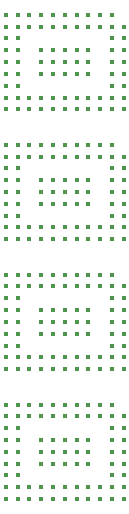
<source format=gbr>
G04*
G04 #@! TF.GenerationSoftware,Altium Limited,Altium Designer,24.9.1 (31)*
G04*
G04 Layer_Color=128*
%FSLAX44Y44*%
%MOMM*%
G71*
G04*
G04 #@! TF.SameCoordinates,2D473B94-B7B4-4BDE-9676-FEF16CC65D84*
G04*
G04*
G04 #@! TF.FilePolarity,Positive*
G04*
G01*
G75*
%ADD38C,0.4500*%
D38*
X58300Y21300D02*
D03*
X68300D02*
D03*
X78300D02*
D03*
X88300D02*
D03*
X98300D02*
D03*
X108300D02*
D03*
X118300D02*
D03*
X128300D02*
D03*
X138300D02*
D03*
X148300D02*
D03*
X158300D02*
D03*
X58300Y31300D02*
D03*
X68300D02*
D03*
X78300D02*
D03*
X88300D02*
D03*
X98300D02*
D03*
X108300D02*
D03*
X118300D02*
D03*
X128300D02*
D03*
X138300D02*
D03*
X148300D02*
D03*
X158300D02*
D03*
X58300Y41300D02*
D03*
X68300D02*
D03*
X148300D02*
D03*
X158300D02*
D03*
X58300Y51300D02*
D03*
X68300D02*
D03*
X88300D02*
D03*
X98300D02*
D03*
X108300D02*
D03*
X118300D02*
D03*
X128300D02*
D03*
X148300D02*
D03*
X158300D02*
D03*
X58300Y61300D02*
D03*
X68300D02*
D03*
X88300D02*
D03*
X98300D02*
D03*
X108300D02*
D03*
X118300D02*
D03*
X128300D02*
D03*
X148300D02*
D03*
X158300D02*
D03*
X58300Y71300D02*
D03*
X68300D02*
D03*
X88300D02*
D03*
X98300D02*
D03*
X108300D02*
D03*
X118300D02*
D03*
X128300D02*
D03*
X148300D02*
D03*
X158300D02*
D03*
X58300Y81300D02*
D03*
X68300D02*
D03*
X148300D02*
D03*
X158300D02*
D03*
X58300Y91300D02*
D03*
X68300D02*
D03*
X78300D02*
D03*
X88300D02*
D03*
X98300D02*
D03*
X108300D02*
D03*
X118300D02*
D03*
X128300D02*
D03*
X138300D02*
D03*
X148300D02*
D03*
X158300D02*
D03*
X58300Y101300D02*
D03*
X68300D02*
D03*
X78300D02*
D03*
X88300D02*
D03*
X98300D02*
D03*
X108300D02*
D03*
X118300D02*
D03*
X128300D02*
D03*
X138300D02*
D03*
X148300D02*
D03*
Y211300D02*
D03*
X138300D02*
D03*
X128300D02*
D03*
X118300D02*
D03*
X108300D02*
D03*
X98300D02*
D03*
X88300D02*
D03*
X78300D02*
D03*
X68300D02*
D03*
X58300D02*
D03*
X158300Y201300D02*
D03*
X148300D02*
D03*
X138300D02*
D03*
X128300D02*
D03*
X118300D02*
D03*
X108300D02*
D03*
X98300D02*
D03*
X88300D02*
D03*
X78300D02*
D03*
X68300D02*
D03*
X58300D02*
D03*
X158300Y191300D02*
D03*
X148300D02*
D03*
X68300D02*
D03*
X58300D02*
D03*
X158300Y181300D02*
D03*
X148300D02*
D03*
X128300D02*
D03*
X118300D02*
D03*
X108300D02*
D03*
X98300D02*
D03*
X88300D02*
D03*
X68300D02*
D03*
X58300D02*
D03*
X158300Y171300D02*
D03*
X148300D02*
D03*
X128300D02*
D03*
X118300D02*
D03*
X108300D02*
D03*
X98300D02*
D03*
X88300D02*
D03*
X68300D02*
D03*
X58300D02*
D03*
X158300Y161300D02*
D03*
X148300D02*
D03*
X128300D02*
D03*
X118300D02*
D03*
X108300D02*
D03*
X98300D02*
D03*
X88300D02*
D03*
X68300D02*
D03*
X58300D02*
D03*
X158300Y151300D02*
D03*
X148300D02*
D03*
X68300D02*
D03*
X58300D02*
D03*
X158300Y141300D02*
D03*
X148300D02*
D03*
X138300D02*
D03*
X128300D02*
D03*
X118300D02*
D03*
X108300D02*
D03*
X98300D02*
D03*
X88300D02*
D03*
X78300D02*
D03*
X68300D02*
D03*
X58300D02*
D03*
X158300Y131300D02*
D03*
X148300D02*
D03*
X138300D02*
D03*
X128300D02*
D03*
X118300D02*
D03*
X108300D02*
D03*
X98300D02*
D03*
X88300D02*
D03*
X78300D02*
D03*
X68300D02*
D03*
X58300D02*
D03*
Y241300D02*
D03*
X68300D02*
D03*
X78300D02*
D03*
X88300D02*
D03*
X98300D02*
D03*
X108300D02*
D03*
X118300D02*
D03*
X128300D02*
D03*
X138300D02*
D03*
X148300D02*
D03*
X158300D02*
D03*
X58300Y251300D02*
D03*
X68300D02*
D03*
X78300D02*
D03*
X88300D02*
D03*
X98300D02*
D03*
X108300D02*
D03*
X118300D02*
D03*
X128300D02*
D03*
X138300D02*
D03*
X148300D02*
D03*
X158300D02*
D03*
X58300Y261300D02*
D03*
X68300D02*
D03*
X148300D02*
D03*
X158300D02*
D03*
X58300Y271300D02*
D03*
X68300D02*
D03*
X88300D02*
D03*
X98300D02*
D03*
X108300D02*
D03*
X118300D02*
D03*
X128300D02*
D03*
X148300D02*
D03*
X158300D02*
D03*
X58300Y281300D02*
D03*
X68300D02*
D03*
X88300D02*
D03*
X98300D02*
D03*
X108300D02*
D03*
X118300D02*
D03*
X128300D02*
D03*
X148300D02*
D03*
X158300D02*
D03*
X58300Y291300D02*
D03*
X68300D02*
D03*
X88300D02*
D03*
X98300D02*
D03*
X108300D02*
D03*
X118300D02*
D03*
X128300D02*
D03*
X148300D02*
D03*
X158300D02*
D03*
X58300Y301300D02*
D03*
X68300D02*
D03*
X148300D02*
D03*
X158300D02*
D03*
X58300Y311300D02*
D03*
X68300D02*
D03*
X78300D02*
D03*
X88300D02*
D03*
X98300D02*
D03*
X108300D02*
D03*
X118300D02*
D03*
X128300D02*
D03*
X138300D02*
D03*
X148300D02*
D03*
X158300D02*
D03*
X58300Y321300D02*
D03*
X68300D02*
D03*
X78300D02*
D03*
X88300D02*
D03*
X98300D02*
D03*
X108300D02*
D03*
X118300D02*
D03*
X128300D02*
D03*
X138300D02*
D03*
X148300D02*
D03*
Y431300D02*
D03*
X138300D02*
D03*
X128300D02*
D03*
X118300D02*
D03*
X108300D02*
D03*
X98300D02*
D03*
X88300D02*
D03*
X78300D02*
D03*
X68300D02*
D03*
X58300D02*
D03*
X158300Y421300D02*
D03*
X148300D02*
D03*
X138300D02*
D03*
X128300D02*
D03*
X118300D02*
D03*
X108300D02*
D03*
X98300D02*
D03*
X88300D02*
D03*
X78300D02*
D03*
X68300D02*
D03*
X58300D02*
D03*
X158300Y411300D02*
D03*
X148300D02*
D03*
X68300D02*
D03*
X58300D02*
D03*
X158300Y401300D02*
D03*
X148300D02*
D03*
X128300D02*
D03*
X118300D02*
D03*
X108300D02*
D03*
X98300D02*
D03*
X88300D02*
D03*
X68300D02*
D03*
X58300D02*
D03*
X158300Y391300D02*
D03*
X148300D02*
D03*
X128300D02*
D03*
X118300D02*
D03*
X108300D02*
D03*
X98300D02*
D03*
X88300D02*
D03*
X68300D02*
D03*
X58300D02*
D03*
X158300Y381300D02*
D03*
X148300D02*
D03*
X128300D02*
D03*
X118300D02*
D03*
X108300D02*
D03*
X98300D02*
D03*
X88300D02*
D03*
X68300D02*
D03*
X58300D02*
D03*
X158300Y371300D02*
D03*
X148300D02*
D03*
X68300D02*
D03*
X58300D02*
D03*
X158300Y361300D02*
D03*
X148300D02*
D03*
X138300D02*
D03*
X128300D02*
D03*
X118300D02*
D03*
X108300D02*
D03*
X98300D02*
D03*
X88300D02*
D03*
X78300D02*
D03*
X68300D02*
D03*
X58300D02*
D03*
X158300Y351300D02*
D03*
X148300D02*
D03*
X138300D02*
D03*
X128300D02*
D03*
X118300D02*
D03*
X108300D02*
D03*
X98300D02*
D03*
X88300D02*
D03*
X78300D02*
D03*
X68300D02*
D03*
X58300D02*
D03*
M02*

</source>
